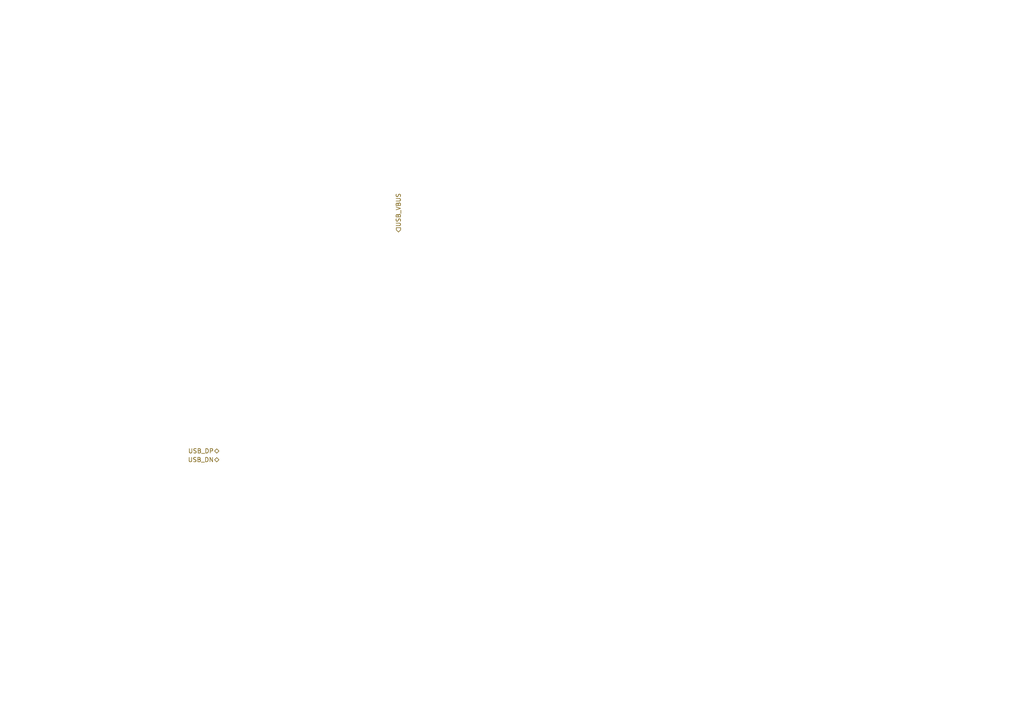
<source format=kicad_sch>
(kicad_sch
	(version 20231120)
	(generator "eeschema")
	(generator_version "8.0")
	(uuid "b055ebeb-c9ff-4111-89bb-57ab0b4df08d")
	(paper "A4")
	(lib_symbols)
	(hierarchical_label "USB_DN"
		(shape bidirectional)
		(at 63.5 133.35 180)
		(fields_autoplaced yes)
		(effects
			(font
				(size 1.27 1.27)
			)
			(justify right)
		)
		(uuid "181c3d0c-eeba-41e0-a38b-67b13ed422f3")
	)
	(hierarchical_label "USB_VBUS"
		(shape input)
		(at 115.57 67.31 90)
		(fields_autoplaced yes)
		(effects
			(font
				(size 1.27 1.27)
			)
			(justify left)
		)
		(uuid "714302be-6d23-4c75-a45f-eb7be6a849b7")
	)
	(hierarchical_label "USB_DP"
		(shape bidirectional)
		(at 63.5 130.81 180)
		(fields_autoplaced yes)
		(effects
			(font
				(size 1.27 1.27)
			)
			(justify right)
		)
		(uuid "7bb54b0b-f840-4756-bd91-ec15ce61ed44")
	)
)

</source>
